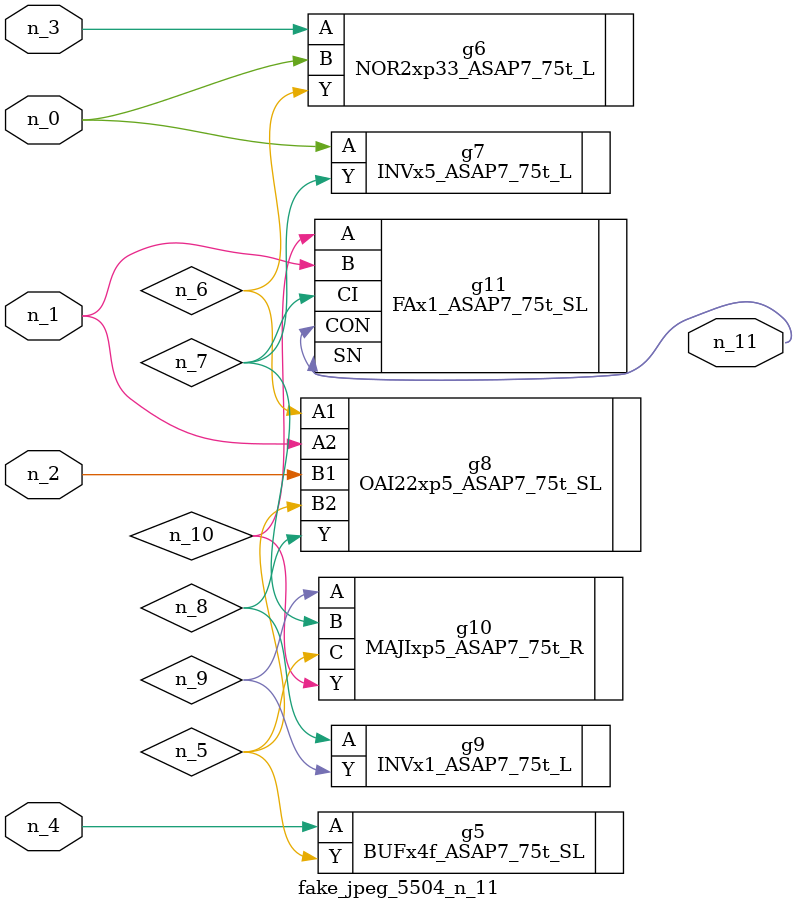
<source format=v>
module fake_jpeg_5504_n_11 (n_3, n_2, n_1, n_0, n_4, n_11);

input n_3;
input n_2;
input n_1;
input n_0;
input n_4;

output n_11;

wire n_10;
wire n_8;
wire n_9;
wire n_6;
wire n_5;
wire n_7;

BUFx4f_ASAP7_75t_SL g5 ( 
.A(n_4),
.Y(n_5)
);

NOR2xp33_ASAP7_75t_L g6 ( 
.A(n_3),
.B(n_0),
.Y(n_6)
);

INVx5_ASAP7_75t_L g7 ( 
.A(n_0),
.Y(n_7)
);

OAI22xp5_ASAP7_75t_SL g8 ( 
.A1(n_6),
.A2(n_1),
.B1(n_2),
.B2(n_5),
.Y(n_8)
);

INVx1_ASAP7_75t_L g9 ( 
.A(n_8),
.Y(n_9)
);

MAJIxp5_ASAP7_75t_R g10 ( 
.A(n_9),
.B(n_7),
.C(n_5),
.Y(n_10)
);

FAx1_ASAP7_75t_SL g11 ( 
.A(n_10),
.B(n_1),
.CI(n_7),
.CON(n_11),
.SN(n_11)
);


endmodule
</source>
